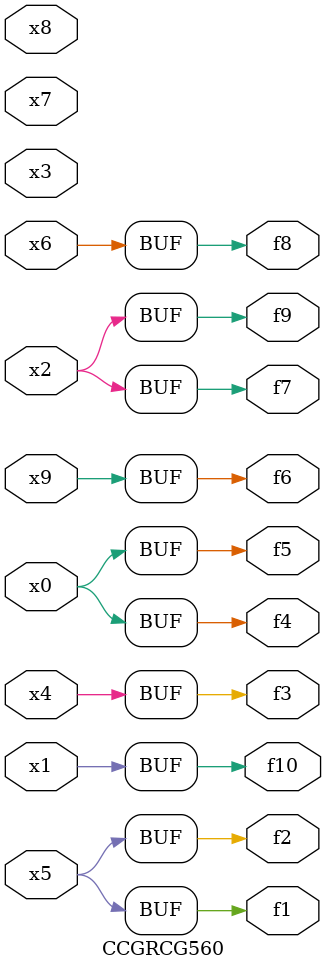
<source format=v>
module CCGRCG560(
	input x0, x1, x2, x3, x4, x5, x6, x7, x8, x9,
	output f1, f2, f3, f4, f5, f6, f7, f8, f9, f10
);
	assign f1 = x5;
	assign f2 = x5;
	assign f3 = x4;
	assign f4 = x0;
	assign f5 = x0;
	assign f6 = x9;
	assign f7 = x2;
	assign f8 = x6;
	assign f9 = x2;
	assign f10 = x1;
endmodule

</source>
